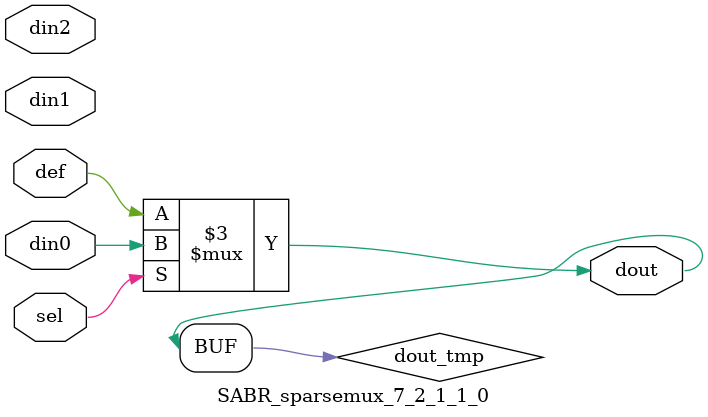
<source format=v>
`timescale 1ns / 1ps

module SABR_sparsemux_7_2_1_1_0 (din0,din1,din2,def,sel,dout);

parameter din0_WIDTH = 1;

parameter din1_WIDTH = 1;

parameter din2_WIDTH = 1;

parameter def_WIDTH = 1;
parameter sel_WIDTH = 1;
parameter dout_WIDTH = 1;

parameter [sel_WIDTH-1:0] CASE0 = 1;

parameter [sel_WIDTH-1:0] CASE1 = 1;

parameter [sel_WIDTH-1:0] CASE2 = 1;

parameter ID = 1;
parameter NUM_STAGE = 1;



input [din0_WIDTH-1:0] din0;

input [din1_WIDTH-1:0] din1;

input [din2_WIDTH-1:0] din2;

input [def_WIDTH-1:0] def;
input [sel_WIDTH-1:0] sel;

output [dout_WIDTH-1:0] dout;



reg [dout_WIDTH-1:0] dout_tmp;


always @ (*) begin
(* parallel_case *) case (sel)
    
    CASE0 : dout_tmp = din0;
    
    CASE1 : dout_tmp = din1;
    
    CASE2 : dout_tmp = din2;
    
    default : dout_tmp = def;
endcase
end


assign dout = dout_tmp;



endmodule

</source>
